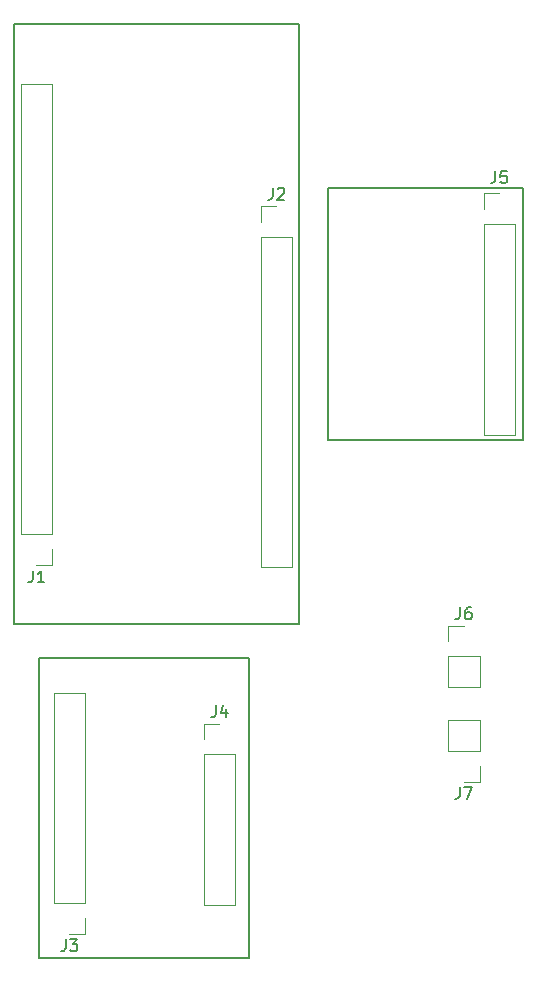
<source format=gbr>
%TF.GenerationSoftware,KiCad,Pcbnew,8.0.3*%
%TF.CreationDate,2024-07-09T13:00:30-04:00*%
%TF.ProjectId,PCB,5043422e-6b69-4636-9164-5f7063625858,rev?*%
%TF.SameCoordinates,Original*%
%TF.FileFunction,Legend,Top*%
%TF.FilePolarity,Positive*%
%FSLAX46Y46*%
G04 Gerber Fmt 4.6, Leading zero omitted, Abs format (unit mm)*
G04 Created by KiCad (PCBNEW 8.0.3) date 2024-07-09 13:00:30*
%MOMM*%
%LPD*%
G01*
G04 APERTURE LIST*
%ADD10C,0.200000*%
%ADD11C,0.150000*%
%ADD12C,0.120000*%
G04 APERTURE END LIST*
D10*
X29591000Y-33020000D02*
X53713000Y-33020000D01*
X53713000Y-83820000D01*
X29591000Y-83820000D01*
X29591000Y-33020000D01*
X56140000Y-46867000D02*
X72650000Y-46867000D01*
X72650000Y-68203000D01*
X56140000Y-68203000D01*
X56140000Y-46867000D01*
X31750000Y-86693000D02*
X49530000Y-86693000D01*
X49530000Y-112093000D01*
X31750000Y-112093000D01*
X31750000Y-86693000D01*
D11*
X31162666Y-79254819D02*
X31162666Y-79969104D01*
X31162666Y-79969104D02*
X31115047Y-80111961D01*
X31115047Y-80111961D02*
X31019809Y-80207200D01*
X31019809Y-80207200D02*
X30876952Y-80254819D01*
X30876952Y-80254819D02*
X30781714Y-80254819D01*
X32162666Y-80254819D02*
X31591238Y-80254819D01*
X31876952Y-80254819D02*
X31876952Y-79254819D01*
X31876952Y-79254819D02*
X31781714Y-79397676D01*
X31781714Y-79397676D02*
X31686476Y-79492914D01*
X31686476Y-79492914D02*
X31591238Y-79540533D01*
X51482666Y-46844819D02*
X51482666Y-47559104D01*
X51482666Y-47559104D02*
X51435047Y-47701961D01*
X51435047Y-47701961D02*
X51339809Y-47797200D01*
X51339809Y-47797200D02*
X51196952Y-47844819D01*
X51196952Y-47844819D02*
X51101714Y-47844819D01*
X51911238Y-46940057D02*
X51958857Y-46892438D01*
X51958857Y-46892438D02*
X52054095Y-46844819D01*
X52054095Y-46844819D02*
X52292190Y-46844819D01*
X52292190Y-46844819D02*
X52387428Y-46892438D01*
X52387428Y-46892438D02*
X52435047Y-46940057D01*
X52435047Y-46940057D02*
X52482666Y-47035295D01*
X52482666Y-47035295D02*
X52482666Y-47130533D01*
X52482666Y-47130533D02*
X52435047Y-47273390D01*
X52435047Y-47273390D02*
X51863619Y-47844819D01*
X51863619Y-47844819D02*
X52482666Y-47844819D01*
X67344666Y-97589819D02*
X67344666Y-98304104D01*
X67344666Y-98304104D02*
X67297047Y-98446961D01*
X67297047Y-98446961D02*
X67201809Y-98542200D01*
X67201809Y-98542200D02*
X67058952Y-98589819D01*
X67058952Y-98589819D02*
X66963714Y-98589819D01*
X67725619Y-97589819D02*
X68392285Y-97589819D01*
X68392285Y-97589819D02*
X67963714Y-98589819D01*
X33956666Y-110481819D02*
X33956666Y-111196104D01*
X33956666Y-111196104D02*
X33909047Y-111338961D01*
X33909047Y-111338961D02*
X33813809Y-111434200D01*
X33813809Y-111434200D02*
X33670952Y-111481819D01*
X33670952Y-111481819D02*
X33575714Y-111481819D01*
X34337619Y-110481819D02*
X34956666Y-110481819D01*
X34956666Y-110481819D02*
X34623333Y-110862771D01*
X34623333Y-110862771D02*
X34766190Y-110862771D01*
X34766190Y-110862771D02*
X34861428Y-110910390D01*
X34861428Y-110910390D02*
X34909047Y-110958009D01*
X34909047Y-110958009D02*
X34956666Y-111053247D01*
X34956666Y-111053247D02*
X34956666Y-111291342D01*
X34956666Y-111291342D02*
X34909047Y-111386580D01*
X34909047Y-111386580D02*
X34861428Y-111434200D01*
X34861428Y-111434200D02*
X34766190Y-111481819D01*
X34766190Y-111481819D02*
X34480476Y-111481819D01*
X34480476Y-111481819D02*
X34385238Y-111434200D01*
X34385238Y-111434200D02*
X34337619Y-111386580D01*
X67344666Y-82379819D02*
X67344666Y-83094104D01*
X67344666Y-83094104D02*
X67297047Y-83236961D01*
X67297047Y-83236961D02*
X67201809Y-83332200D01*
X67201809Y-83332200D02*
X67058952Y-83379819D01*
X67058952Y-83379819D02*
X66963714Y-83379819D01*
X68249428Y-82379819D02*
X68058952Y-82379819D01*
X68058952Y-82379819D02*
X67963714Y-82427438D01*
X67963714Y-82427438D02*
X67916095Y-82475057D01*
X67916095Y-82475057D02*
X67820857Y-82617914D01*
X67820857Y-82617914D02*
X67773238Y-82808390D01*
X67773238Y-82808390D02*
X67773238Y-83189342D01*
X67773238Y-83189342D02*
X67820857Y-83284580D01*
X67820857Y-83284580D02*
X67868476Y-83332200D01*
X67868476Y-83332200D02*
X67963714Y-83379819D01*
X67963714Y-83379819D02*
X68154190Y-83379819D01*
X68154190Y-83379819D02*
X68249428Y-83332200D01*
X68249428Y-83332200D02*
X68297047Y-83284580D01*
X68297047Y-83284580D02*
X68344666Y-83189342D01*
X68344666Y-83189342D02*
X68344666Y-82951247D01*
X68344666Y-82951247D02*
X68297047Y-82856009D01*
X68297047Y-82856009D02*
X68249428Y-82808390D01*
X68249428Y-82808390D02*
X68154190Y-82760771D01*
X68154190Y-82760771D02*
X67963714Y-82760771D01*
X67963714Y-82760771D02*
X67868476Y-82808390D01*
X67868476Y-82808390D02*
X67820857Y-82856009D01*
X67820857Y-82856009D02*
X67773238Y-82951247D01*
X46656666Y-90675819D02*
X46656666Y-91390104D01*
X46656666Y-91390104D02*
X46609047Y-91532961D01*
X46609047Y-91532961D02*
X46513809Y-91628200D01*
X46513809Y-91628200D02*
X46370952Y-91675819D01*
X46370952Y-91675819D02*
X46275714Y-91675819D01*
X47561428Y-91009152D02*
X47561428Y-91675819D01*
X47323333Y-90628200D02*
X47085238Y-91342485D01*
X47085238Y-91342485D02*
X47704285Y-91342485D01*
X70344666Y-45438819D02*
X70344666Y-46153104D01*
X70344666Y-46153104D02*
X70297047Y-46295961D01*
X70297047Y-46295961D02*
X70201809Y-46391200D01*
X70201809Y-46391200D02*
X70058952Y-46438819D01*
X70058952Y-46438819D02*
X69963714Y-46438819D01*
X71297047Y-45438819D02*
X70820857Y-45438819D01*
X70820857Y-45438819D02*
X70773238Y-45915009D01*
X70773238Y-45915009D02*
X70820857Y-45867390D01*
X70820857Y-45867390D02*
X70916095Y-45819771D01*
X70916095Y-45819771D02*
X71154190Y-45819771D01*
X71154190Y-45819771D02*
X71249428Y-45867390D01*
X71249428Y-45867390D02*
X71297047Y-45915009D01*
X71297047Y-45915009D02*
X71344666Y-46010247D01*
X71344666Y-46010247D02*
X71344666Y-46248342D01*
X71344666Y-46248342D02*
X71297047Y-46343580D01*
X71297047Y-46343580D02*
X71249428Y-46391200D01*
X71249428Y-46391200D02*
X71154190Y-46438819D01*
X71154190Y-46438819D02*
X70916095Y-46438819D01*
X70916095Y-46438819D02*
X70820857Y-46391200D01*
X70820857Y-46391200D02*
X70773238Y-46343580D01*
D12*
%TO.C,J1*%
X30166000Y-76200000D02*
X30166000Y-38040000D01*
X32826000Y-38040000D02*
X30166000Y-38040000D01*
X32826000Y-76200000D02*
X30166000Y-76200000D01*
X32826000Y-76200000D02*
X32826000Y-38040000D01*
X32826000Y-77470000D02*
X32826000Y-78800000D01*
X32826000Y-78800000D02*
X31496000Y-78800000D01*
%TO.C,J2*%
X50486000Y-48390000D02*
X51816000Y-48390000D01*
X50486000Y-49720000D02*
X50486000Y-48390000D01*
X50486000Y-50990000D02*
X50486000Y-78990000D01*
X50486000Y-50990000D02*
X53146000Y-50990000D01*
X50486000Y-78990000D02*
X53146000Y-78990000D01*
X53146000Y-50990000D02*
X53146000Y-78990000D01*
%TO.C,J7*%
X66348000Y-94535000D02*
X66348000Y-91935000D01*
X69008000Y-91935000D02*
X66348000Y-91935000D01*
X69008000Y-94535000D02*
X66348000Y-94535000D01*
X69008000Y-94535000D02*
X69008000Y-91935000D01*
X69008000Y-95805000D02*
X69008000Y-97135000D01*
X69008000Y-97135000D02*
X67678000Y-97135000D01*
%TO.C,J3*%
X32960000Y-107427000D02*
X32960000Y-89587000D01*
X35620000Y-89587000D02*
X32960000Y-89587000D01*
X35620000Y-107427000D02*
X32960000Y-107427000D01*
X35620000Y-107427000D02*
X35620000Y-89587000D01*
X35620000Y-108697000D02*
X35620000Y-110027000D01*
X35620000Y-110027000D02*
X34290000Y-110027000D01*
%TO.C,J6*%
X66348000Y-83925000D02*
X67678000Y-83925000D01*
X66348000Y-85255000D02*
X66348000Y-83925000D01*
X66348000Y-86525000D02*
X66348000Y-89125000D01*
X66348000Y-86525000D02*
X69008000Y-86525000D01*
X66348000Y-89125000D02*
X69008000Y-89125000D01*
X69008000Y-86525000D02*
X69008000Y-89125000D01*
%TO.C,J4*%
X45660000Y-92221000D02*
X46990000Y-92221000D01*
X45660000Y-93551000D02*
X45660000Y-92221000D01*
X45660000Y-94821000D02*
X45660000Y-107581000D01*
X45660000Y-94821000D02*
X48320000Y-94821000D01*
X45660000Y-107581000D02*
X48320000Y-107581000D01*
X48320000Y-94821000D02*
X48320000Y-107581000D01*
%TO.C,J5*%
X69348000Y-47325000D02*
X70678000Y-47325000D01*
X69348000Y-48655000D02*
X69348000Y-47325000D01*
X69348000Y-49925000D02*
X69348000Y-67765000D01*
X69348000Y-49925000D02*
X72008000Y-49925000D01*
X69348000Y-67765000D02*
X72008000Y-67765000D01*
X72008000Y-49925000D02*
X72008000Y-67765000D01*
%TD*%
M02*

</source>
